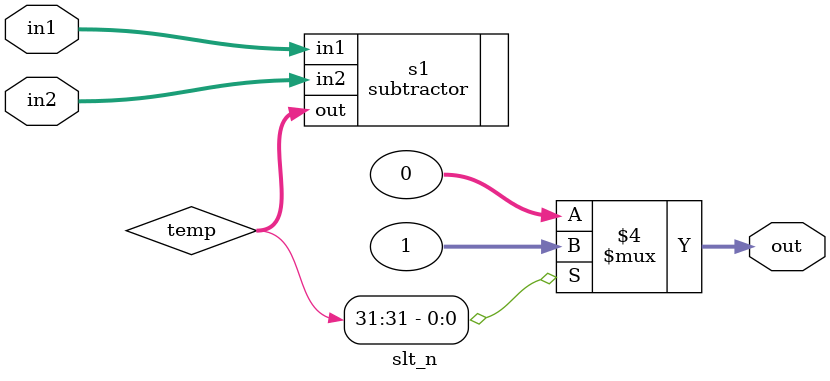
<source format=v>
`timescale 1ns / 1ps


module slt_n#(parameter N =32)(in1, in2, out);
    input [N-1:0] in1, in2;
    output reg [N-1:0] out;
    
    wire [N-1:0] temp;
    subtractor s1(.in1(in1), .in2(in2), .out(temp));
    always @(*) begin
        if(temp[N-1] == 1'b1) out <= 32'b1;
        else out <= 32'b0;
    end
endmodule

</source>
